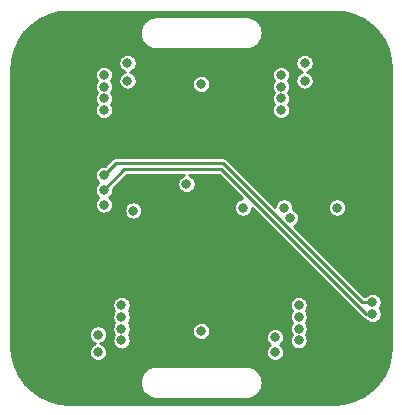
<source format=gbr>
%TF.GenerationSoftware,KiCad,Pcbnew,(5.1.6)-1*%
%TF.CreationDate,2020-09-19T18:08:18+02:00*%
%TF.ProjectId,watch,77617463-682e-46b6-9963-61645f706362,rev?*%
%TF.SameCoordinates,Original*%
%TF.FileFunction,Copper,L3,Inr*%
%TF.FilePolarity,Positive*%
%FSLAX46Y46*%
G04 Gerber Fmt 4.6, Leading zero omitted, Abs format (unit mm)*
G04 Created by KiCad (PCBNEW (5.1.6)-1) date 2020-09-19 18:08:18*
%MOMM*%
%LPD*%
G01*
G04 APERTURE LIST*
%TA.AperFunction,ViaPad*%
%ADD10C,0.800000*%
%TD*%
%TA.AperFunction,Conductor*%
%ADD11C,0.250000*%
%TD*%
G04 APERTURE END LIST*
D10*
%TO.N,GND*%
X133781312Y-62852611D03*
X140260725Y-75127611D03*
X155281312Y-75127611D03*
X147031312Y-50802611D03*
X140781312Y-60852611D03*
X153781312Y-50577611D03*
X138781312Y-50577611D03*
X146981312Y-74902611D03*
X132431312Y-70852611D03*
X132431312Y-71852611D03*
%TO.N,VCC*%
X154556312Y-63703715D03*
X150556312Y-62852611D03*
%TO.N,+3V3*%
X138281312Y-75102611D03*
X140781312Y-50602611D03*
X155781312Y-50602611D03*
X141281312Y-63102611D03*
X138781312Y-62602611D03*
X145781312Y-60852611D03*
X153281312Y-75102611D03*
%TO.N,/MDI*%
X155781312Y-52102611D03*
%TO.N,/OE*%
X155281312Y-71102611D03*
X138781312Y-54602611D03*
X153781312Y-54602611D03*
X140281312Y-71102611D03*
%TO.N,/LE*%
X155281312Y-72102611D03*
X140281312Y-72102611D03*
X138781312Y-53602611D03*
X153781306Y-53602611D03*
%TO.N,/CLK*%
X155281312Y-73102611D03*
X140281312Y-73102611D03*
X138781312Y-52602611D03*
X153781312Y-52602611D03*
%TO.N,/SDI*%
X140281312Y-74102611D03*
%TO.N,/SW1*%
X147031312Y-52402611D03*
%TO.N,/SW2*%
X147031312Y-73302611D03*
%TO.N,+BATT*%
X154031312Y-62852611D03*
X158531312Y-62852611D03*
%TO.N,Net-(U10-Pad2)*%
X153281312Y-73827611D03*
X138781312Y-51602611D03*
%TO.N,Net-(U3-Pad2)*%
X155281312Y-74102611D03*
X138281312Y-73602611D03*
%TO.N,Net-(U10-Pad14)*%
X153781312Y-51602611D03*
X140781312Y-52102611D03*
%TO.N,/RX*%
X138781312Y-60102611D03*
X161531312Y-70852611D03*
%TO.N,/TX*%
X138781312Y-61352611D03*
X161531312Y-71852611D03*
%TD*%
D11*
%TO.N,/RX*%
X160632206Y-70852611D02*
X161531312Y-70852611D01*
X148882206Y-59102611D02*
X160632206Y-70852611D01*
X138781312Y-60102611D02*
X139781312Y-59102611D01*
X139781312Y-59102611D02*
X148882206Y-59102611D01*
%TO.N,/TX*%
X160995799Y-71852614D02*
X161531312Y-71852614D01*
X148745796Y-59602611D02*
X160995799Y-71852614D01*
X138781312Y-61352611D02*
X140531312Y-59602611D01*
X140531312Y-59602611D02*
X148745796Y-59602611D01*
%TD*%
%TO.N,GND*%
G36*
X159123243Y-46327798D02*
G01*
X159939586Y-46546537D01*
X160705545Y-46903710D01*
X161397850Y-47388467D01*
X161995457Y-47986074D01*
X162480212Y-48678375D01*
X162837385Y-49444336D01*
X163056125Y-50260681D01*
X163131313Y-51120088D01*
X163131312Y-74585146D01*
X163056125Y-75444541D01*
X162837385Y-76260886D01*
X162480212Y-77026847D01*
X161995457Y-77719148D01*
X161397850Y-78316755D01*
X160705545Y-78801512D01*
X159939586Y-79158685D01*
X159123243Y-79377424D01*
X158263847Y-79452611D01*
X135798777Y-79452611D01*
X134939382Y-79377424D01*
X134123037Y-79158684D01*
X133357076Y-78801511D01*
X132664775Y-78316756D01*
X132067168Y-77719149D01*
X132000081Y-77623338D01*
X141832982Y-77623338D01*
X141833235Y-77659592D01*
X141832982Y-77695846D01*
X141833527Y-77701405D01*
X141853928Y-77895501D01*
X141861217Y-77931009D01*
X141868011Y-77966625D01*
X141869626Y-77971972D01*
X141927338Y-78158410D01*
X141941376Y-78191807D01*
X141954967Y-78225445D01*
X141957589Y-78230376D01*
X142050414Y-78402053D01*
X142070692Y-78432117D01*
X142090539Y-78462446D01*
X142094069Y-78466774D01*
X142218473Y-78617152D01*
X142244199Y-78642699D01*
X142269563Y-78668600D01*
X142273866Y-78672160D01*
X142425108Y-78795510D01*
X142455300Y-78815569D01*
X142485219Y-78836055D01*
X142490132Y-78838711D01*
X142662454Y-78930336D01*
X142695952Y-78944143D01*
X142729294Y-78958433D01*
X142734629Y-78960085D01*
X142921466Y-79016494D01*
X142957029Y-79023536D01*
X142992490Y-79031073D01*
X142998044Y-79031657D01*
X143192278Y-79050702D01*
X143192282Y-79050702D01*
X143211665Y-79052611D01*
X150850959Y-79052611D01*
X150871326Y-79050605D01*
X150884307Y-79050605D01*
X150889862Y-79050021D01*
X151083811Y-79028266D01*
X151119268Y-79020729D01*
X151154838Y-79013686D01*
X151160173Y-79012035D01*
X151346204Y-78953022D01*
X151379531Y-78938738D01*
X151413043Y-78924925D01*
X151417952Y-78922270D01*
X151417957Y-78922268D01*
X151417961Y-78922265D01*
X151588981Y-78828246D01*
X151618878Y-78807775D01*
X151649090Y-78787702D01*
X151653394Y-78784142D01*
X151802900Y-78658692D01*
X151828280Y-78632775D01*
X151853991Y-78607243D01*
X151857521Y-78602915D01*
X151979812Y-78450815D01*
X151999673Y-78420464D01*
X152019935Y-78390425D01*
X152022557Y-78385494D01*
X152112977Y-78212538D01*
X152126556Y-78178929D01*
X152140608Y-78145500D01*
X152142222Y-78140153D01*
X152197325Y-77952928D01*
X152204116Y-77917326D01*
X152211408Y-77881805D01*
X152211953Y-77876246D01*
X152229642Y-77681885D01*
X152229389Y-77645630D01*
X152229642Y-77609376D01*
X152229097Y-77603817D01*
X152208696Y-77409720D01*
X152201404Y-77374199D01*
X152194613Y-77338597D01*
X152192999Y-77333254D01*
X152192998Y-77333248D01*
X152192996Y-77333242D01*
X152135286Y-77146812D01*
X152121254Y-77113432D01*
X152107657Y-77079777D01*
X152105035Y-77074846D01*
X152012210Y-76903169D01*
X151991932Y-76873105D01*
X151972085Y-76842776D01*
X151968555Y-76838448D01*
X151844151Y-76688070D01*
X151818425Y-76662523D01*
X151793061Y-76636622D01*
X151788758Y-76633062D01*
X151637516Y-76509712D01*
X151607342Y-76489665D01*
X151577406Y-76469167D01*
X151572493Y-76466511D01*
X151400170Y-76374886D01*
X151366672Y-76361079D01*
X151333330Y-76346789D01*
X151327995Y-76345137D01*
X151141159Y-76288728D01*
X151105574Y-76281682D01*
X151070134Y-76274149D01*
X151064579Y-76273565D01*
X150870346Y-76254520D01*
X150870342Y-76254520D01*
X150850959Y-76252611D01*
X143211665Y-76252611D01*
X143191298Y-76254617D01*
X143178317Y-76254617D01*
X143172762Y-76255201D01*
X142978812Y-76276956D01*
X142943348Y-76284494D01*
X142907786Y-76291536D01*
X142902451Y-76293187D01*
X142716421Y-76352200D01*
X142683107Y-76366478D01*
X142649581Y-76380297D01*
X142644668Y-76382953D01*
X142473643Y-76476976D01*
X142443746Y-76497447D01*
X142413534Y-76517520D01*
X142409234Y-76521078D01*
X142409229Y-76521081D01*
X142409225Y-76521085D01*
X142259724Y-76646530D01*
X142234344Y-76672447D01*
X142208633Y-76697979D01*
X142205103Y-76702307D01*
X142082812Y-76854407D01*
X142062961Y-76884743D01*
X142042689Y-76914797D01*
X142040067Y-76919729D01*
X141949647Y-77092684D01*
X141936068Y-77126293D01*
X141922016Y-77159722D01*
X141920402Y-77165069D01*
X141865299Y-77352295D01*
X141858509Y-77387889D01*
X141851216Y-77423417D01*
X141850671Y-77428976D01*
X141832982Y-77623338D01*
X132000081Y-77623338D01*
X131582411Y-77026844D01*
X131225238Y-76260885D01*
X131006499Y-75444542D01*
X130931312Y-74585146D01*
X130931312Y-73526280D01*
X137506312Y-73526280D01*
X137506312Y-73678942D01*
X137536095Y-73828670D01*
X137594516Y-73969711D01*
X137679330Y-74096645D01*
X137787278Y-74204593D01*
X137914212Y-74289407D01*
X138055253Y-74347828D01*
X138079299Y-74352611D01*
X138055253Y-74357394D01*
X137914212Y-74415815D01*
X137787278Y-74500629D01*
X137679330Y-74608577D01*
X137594516Y-74735511D01*
X137536095Y-74876552D01*
X137506312Y-75026280D01*
X137506312Y-75178942D01*
X137536095Y-75328670D01*
X137594516Y-75469711D01*
X137679330Y-75596645D01*
X137787278Y-75704593D01*
X137914212Y-75789407D01*
X138055253Y-75847828D01*
X138204981Y-75877611D01*
X138357643Y-75877611D01*
X138507371Y-75847828D01*
X138648412Y-75789407D01*
X138775346Y-75704593D01*
X138883294Y-75596645D01*
X138968108Y-75469711D01*
X139026529Y-75328670D01*
X139056312Y-75178942D01*
X139056312Y-75026280D01*
X139026529Y-74876552D01*
X138968108Y-74735511D01*
X138883294Y-74608577D01*
X138775346Y-74500629D01*
X138648412Y-74415815D01*
X138507371Y-74357394D01*
X138483325Y-74352611D01*
X138507371Y-74347828D01*
X138648412Y-74289407D01*
X138775346Y-74204593D01*
X138883294Y-74096645D01*
X138968108Y-73969711D01*
X139026529Y-73828670D01*
X139056312Y-73678942D01*
X139056312Y-73526280D01*
X139026529Y-73376552D01*
X138968108Y-73235511D01*
X138883294Y-73108577D01*
X138775346Y-73000629D01*
X138648412Y-72915815D01*
X138507371Y-72857394D01*
X138357643Y-72827611D01*
X138204981Y-72827611D01*
X138055253Y-72857394D01*
X137914212Y-72915815D01*
X137787278Y-73000629D01*
X137679330Y-73108577D01*
X137594516Y-73235511D01*
X137536095Y-73376552D01*
X137506312Y-73526280D01*
X130931312Y-73526280D01*
X130931312Y-71026280D01*
X139506312Y-71026280D01*
X139506312Y-71178942D01*
X139536095Y-71328670D01*
X139594516Y-71469711D01*
X139679330Y-71596645D01*
X139685296Y-71602611D01*
X139679330Y-71608577D01*
X139594516Y-71735511D01*
X139536095Y-71876552D01*
X139506312Y-72026280D01*
X139506312Y-72178942D01*
X139536095Y-72328670D01*
X139594516Y-72469711D01*
X139679330Y-72596645D01*
X139685296Y-72602611D01*
X139679330Y-72608577D01*
X139594516Y-72735511D01*
X139536095Y-72876552D01*
X139506312Y-73026280D01*
X139506312Y-73178942D01*
X139536095Y-73328670D01*
X139594516Y-73469711D01*
X139679330Y-73596645D01*
X139685296Y-73602611D01*
X139679330Y-73608577D01*
X139594516Y-73735511D01*
X139536095Y-73876552D01*
X139506312Y-74026280D01*
X139506312Y-74178942D01*
X139536095Y-74328670D01*
X139594516Y-74469711D01*
X139679330Y-74596645D01*
X139787278Y-74704593D01*
X139914212Y-74789407D01*
X140055253Y-74847828D01*
X140204981Y-74877611D01*
X140357643Y-74877611D01*
X140507371Y-74847828D01*
X140648412Y-74789407D01*
X140775346Y-74704593D01*
X140883294Y-74596645D01*
X140968108Y-74469711D01*
X141026529Y-74328670D01*
X141056312Y-74178942D01*
X141056312Y-74026280D01*
X141026529Y-73876552D01*
X140968108Y-73735511D01*
X140883294Y-73608577D01*
X140877328Y-73602611D01*
X140883294Y-73596645D01*
X140968108Y-73469711D01*
X141026529Y-73328670D01*
X141046895Y-73226280D01*
X146256312Y-73226280D01*
X146256312Y-73378942D01*
X146286095Y-73528670D01*
X146344516Y-73669711D01*
X146429330Y-73796645D01*
X146537278Y-73904593D01*
X146664212Y-73989407D01*
X146805253Y-74047828D01*
X146954981Y-74077611D01*
X147107643Y-74077611D01*
X147257371Y-74047828D01*
X147398412Y-73989407D01*
X147525346Y-73904593D01*
X147633294Y-73796645D01*
X147663605Y-73751280D01*
X152506312Y-73751280D01*
X152506312Y-73903942D01*
X152536095Y-74053670D01*
X152594516Y-74194711D01*
X152679330Y-74321645D01*
X152787278Y-74429593D01*
X152840435Y-74465111D01*
X152787278Y-74500629D01*
X152679330Y-74608577D01*
X152594516Y-74735511D01*
X152536095Y-74876552D01*
X152506312Y-75026280D01*
X152506312Y-75178942D01*
X152536095Y-75328670D01*
X152594516Y-75469711D01*
X152679330Y-75596645D01*
X152787278Y-75704593D01*
X152914212Y-75789407D01*
X153055253Y-75847828D01*
X153204981Y-75877611D01*
X153357643Y-75877611D01*
X153507371Y-75847828D01*
X153648412Y-75789407D01*
X153775346Y-75704593D01*
X153883294Y-75596645D01*
X153968108Y-75469711D01*
X154026529Y-75328670D01*
X154056312Y-75178942D01*
X154056312Y-75026280D01*
X154026529Y-74876552D01*
X153968108Y-74735511D01*
X153883294Y-74608577D01*
X153775346Y-74500629D01*
X153722189Y-74465111D01*
X153775346Y-74429593D01*
X153883294Y-74321645D01*
X153968108Y-74194711D01*
X154026529Y-74053670D01*
X154056312Y-73903942D01*
X154056312Y-73751280D01*
X154026529Y-73601552D01*
X153968108Y-73460511D01*
X153883294Y-73333577D01*
X153775346Y-73225629D01*
X153648412Y-73140815D01*
X153507371Y-73082394D01*
X153357643Y-73052611D01*
X153204981Y-73052611D01*
X153055253Y-73082394D01*
X152914212Y-73140815D01*
X152787278Y-73225629D01*
X152679330Y-73333577D01*
X152594516Y-73460511D01*
X152536095Y-73601552D01*
X152506312Y-73751280D01*
X147663605Y-73751280D01*
X147718108Y-73669711D01*
X147776529Y-73528670D01*
X147806312Y-73378942D01*
X147806312Y-73226280D01*
X147776529Y-73076552D01*
X147718108Y-72935511D01*
X147633294Y-72808577D01*
X147525346Y-72700629D01*
X147398412Y-72615815D01*
X147257371Y-72557394D01*
X147107643Y-72527611D01*
X146954981Y-72527611D01*
X146805253Y-72557394D01*
X146664212Y-72615815D01*
X146537278Y-72700629D01*
X146429330Y-72808577D01*
X146344516Y-72935511D01*
X146286095Y-73076552D01*
X146256312Y-73226280D01*
X141046895Y-73226280D01*
X141056312Y-73178942D01*
X141056312Y-73026280D01*
X141026529Y-72876552D01*
X140968108Y-72735511D01*
X140883294Y-72608577D01*
X140877328Y-72602611D01*
X140883294Y-72596645D01*
X140968108Y-72469711D01*
X141026529Y-72328670D01*
X141056312Y-72178942D01*
X141056312Y-72026280D01*
X141026529Y-71876552D01*
X140968108Y-71735511D01*
X140883294Y-71608577D01*
X140877328Y-71602611D01*
X140883294Y-71596645D01*
X140968108Y-71469711D01*
X141026529Y-71328670D01*
X141056312Y-71178942D01*
X141056312Y-71026280D01*
X154506312Y-71026280D01*
X154506312Y-71178942D01*
X154536095Y-71328670D01*
X154594516Y-71469711D01*
X154679330Y-71596645D01*
X154685296Y-71602611D01*
X154679330Y-71608577D01*
X154594516Y-71735511D01*
X154536095Y-71876552D01*
X154506312Y-72026280D01*
X154506312Y-72178942D01*
X154536095Y-72328670D01*
X154594516Y-72469711D01*
X154679330Y-72596645D01*
X154685296Y-72602611D01*
X154679330Y-72608577D01*
X154594516Y-72735511D01*
X154536095Y-72876552D01*
X154506312Y-73026280D01*
X154506312Y-73178942D01*
X154536095Y-73328670D01*
X154594516Y-73469711D01*
X154679330Y-73596645D01*
X154685296Y-73602611D01*
X154679330Y-73608577D01*
X154594516Y-73735511D01*
X154536095Y-73876552D01*
X154506312Y-74026280D01*
X154506312Y-74178942D01*
X154536095Y-74328670D01*
X154594516Y-74469711D01*
X154679330Y-74596645D01*
X154787278Y-74704593D01*
X154914212Y-74789407D01*
X155055253Y-74847828D01*
X155204981Y-74877611D01*
X155357643Y-74877611D01*
X155507371Y-74847828D01*
X155648412Y-74789407D01*
X155775346Y-74704593D01*
X155883294Y-74596645D01*
X155968108Y-74469711D01*
X156026529Y-74328670D01*
X156056312Y-74178942D01*
X156056312Y-74026280D01*
X156026529Y-73876552D01*
X155968108Y-73735511D01*
X155883294Y-73608577D01*
X155877328Y-73602611D01*
X155883294Y-73596645D01*
X155968108Y-73469711D01*
X156026529Y-73328670D01*
X156056312Y-73178942D01*
X156056312Y-73026280D01*
X156026529Y-72876552D01*
X155968108Y-72735511D01*
X155883294Y-72608577D01*
X155877328Y-72602611D01*
X155883294Y-72596645D01*
X155968108Y-72469711D01*
X156026529Y-72328670D01*
X156056312Y-72178942D01*
X156056312Y-72026280D01*
X156026529Y-71876552D01*
X155968108Y-71735511D01*
X155883294Y-71608577D01*
X155877328Y-71602611D01*
X155883294Y-71596645D01*
X155968108Y-71469711D01*
X156026529Y-71328670D01*
X156056312Y-71178942D01*
X156056312Y-71026280D01*
X156026529Y-70876552D01*
X155968108Y-70735511D01*
X155883294Y-70608577D01*
X155775346Y-70500629D01*
X155648412Y-70415815D01*
X155507371Y-70357394D01*
X155357643Y-70327611D01*
X155204981Y-70327611D01*
X155055253Y-70357394D01*
X154914212Y-70415815D01*
X154787278Y-70500629D01*
X154679330Y-70608577D01*
X154594516Y-70735511D01*
X154536095Y-70876552D01*
X154506312Y-71026280D01*
X141056312Y-71026280D01*
X141026529Y-70876552D01*
X140968108Y-70735511D01*
X140883294Y-70608577D01*
X140775346Y-70500629D01*
X140648412Y-70415815D01*
X140507371Y-70357394D01*
X140357643Y-70327611D01*
X140204981Y-70327611D01*
X140055253Y-70357394D01*
X139914212Y-70415815D01*
X139787278Y-70500629D01*
X139679330Y-70608577D01*
X139594516Y-70735511D01*
X139536095Y-70876552D01*
X139506312Y-71026280D01*
X130931312Y-71026280D01*
X130931312Y-60026280D01*
X138006312Y-60026280D01*
X138006312Y-60178942D01*
X138036095Y-60328670D01*
X138094516Y-60469711D01*
X138179330Y-60596645D01*
X138287278Y-60704593D01*
X138321727Y-60727611D01*
X138287278Y-60750629D01*
X138179330Y-60858577D01*
X138094516Y-60985511D01*
X138036095Y-61126552D01*
X138006312Y-61276280D01*
X138006312Y-61428942D01*
X138036095Y-61578670D01*
X138094516Y-61719711D01*
X138179330Y-61846645D01*
X138287278Y-61954593D01*
X138321727Y-61977611D01*
X138287278Y-62000629D01*
X138179330Y-62108577D01*
X138094516Y-62235511D01*
X138036095Y-62376552D01*
X138006312Y-62526280D01*
X138006312Y-62678942D01*
X138036095Y-62828670D01*
X138094516Y-62969711D01*
X138179330Y-63096645D01*
X138287278Y-63204593D01*
X138414212Y-63289407D01*
X138555253Y-63347828D01*
X138704981Y-63377611D01*
X138857643Y-63377611D01*
X139007371Y-63347828D01*
X139148412Y-63289407D01*
X139275346Y-63204593D01*
X139383294Y-63096645D01*
X139430310Y-63026280D01*
X140506312Y-63026280D01*
X140506312Y-63178942D01*
X140536095Y-63328670D01*
X140594516Y-63469711D01*
X140679330Y-63596645D01*
X140787278Y-63704593D01*
X140914212Y-63789407D01*
X141055253Y-63847828D01*
X141204981Y-63877611D01*
X141357643Y-63877611D01*
X141507371Y-63847828D01*
X141648412Y-63789407D01*
X141775346Y-63704593D01*
X141883294Y-63596645D01*
X141968108Y-63469711D01*
X142026529Y-63328670D01*
X142056312Y-63178942D01*
X142056312Y-63026280D01*
X142026529Y-62876552D01*
X141968108Y-62735511D01*
X141883294Y-62608577D01*
X141775346Y-62500629D01*
X141648412Y-62415815D01*
X141507371Y-62357394D01*
X141357643Y-62327611D01*
X141204981Y-62327611D01*
X141055253Y-62357394D01*
X140914212Y-62415815D01*
X140787278Y-62500629D01*
X140679330Y-62608577D01*
X140594516Y-62735511D01*
X140536095Y-62876552D01*
X140506312Y-63026280D01*
X139430310Y-63026280D01*
X139468108Y-62969711D01*
X139526529Y-62828670D01*
X139556312Y-62678942D01*
X139556312Y-62526280D01*
X139526529Y-62376552D01*
X139468108Y-62235511D01*
X139383294Y-62108577D01*
X139275346Y-62000629D01*
X139240897Y-61977611D01*
X139275346Y-61954593D01*
X139383294Y-61846645D01*
X139468108Y-61719711D01*
X139526529Y-61578670D01*
X139556312Y-61428942D01*
X139556312Y-61284716D01*
X140738419Y-60102611D01*
X145579299Y-60102611D01*
X145555253Y-60107394D01*
X145414212Y-60165815D01*
X145287278Y-60250629D01*
X145179330Y-60358577D01*
X145094516Y-60485511D01*
X145036095Y-60626552D01*
X145006312Y-60776280D01*
X145006312Y-60928942D01*
X145036095Y-61078670D01*
X145094516Y-61219711D01*
X145179330Y-61346645D01*
X145287278Y-61454593D01*
X145414212Y-61539407D01*
X145555253Y-61597828D01*
X145704981Y-61627611D01*
X145857643Y-61627611D01*
X146007371Y-61597828D01*
X146148412Y-61539407D01*
X146275346Y-61454593D01*
X146383294Y-61346645D01*
X146468108Y-61219711D01*
X146526529Y-61078670D01*
X146556312Y-60928942D01*
X146556312Y-60776280D01*
X146526529Y-60626552D01*
X146468108Y-60485511D01*
X146383294Y-60358577D01*
X146275346Y-60250629D01*
X146148412Y-60165815D01*
X146007371Y-60107394D01*
X145983325Y-60102611D01*
X148538691Y-60102611D01*
X150513691Y-62077611D01*
X150479981Y-62077611D01*
X150330253Y-62107394D01*
X150189212Y-62165815D01*
X150062278Y-62250629D01*
X149954330Y-62358577D01*
X149869516Y-62485511D01*
X149811095Y-62626552D01*
X149781312Y-62776280D01*
X149781312Y-62928942D01*
X149811095Y-63078670D01*
X149869516Y-63219711D01*
X149954330Y-63346645D01*
X150062278Y-63454593D01*
X150189212Y-63539407D01*
X150330253Y-63597828D01*
X150479981Y-63627611D01*
X150632643Y-63627611D01*
X150782371Y-63597828D01*
X150923412Y-63539407D01*
X151050346Y-63454593D01*
X151158294Y-63346645D01*
X151243108Y-63219711D01*
X151301529Y-63078670D01*
X151331312Y-62928942D01*
X151331312Y-62895232D01*
X160624879Y-72188801D01*
X160640535Y-72207878D01*
X160716670Y-72270360D01*
X160803532Y-72316789D01*
X160897782Y-72345379D01*
X160931372Y-72348687D01*
X161037278Y-72454593D01*
X161164212Y-72539407D01*
X161305253Y-72597828D01*
X161454981Y-72627611D01*
X161607643Y-72627611D01*
X161757371Y-72597828D01*
X161898412Y-72539407D01*
X162025346Y-72454593D01*
X162133294Y-72346645D01*
X162218108Y-72219711D01*
X162276529Y-72078670D01*
X162306312Y-71928942D01*
X162306312Y-71776280D01*
X162276529Y-71626552D01*
X162218108Y-71485511D01*
X162133294Y-71358577D01*
X162127328Y-71352611D01*
X162133294Y-71346645D01*
X162218108Y-71219711D01*
X162276529Y-71078670D01*
X162306312Y-70928942D01*
X162306312Y-70776280D01*
X162276529Y-70626552D01*
X162218108Y-70485511D01*
X162133294Y-70358577D01*
X162025346Y-70250629D01*
X161898412Y-70165815D01*
X161757371Y-70107394D01*
X161607643Y-70077611D01*
X161454981Y-70077611D01*
X161305253Y-70107394D01*
X161164212Y-70165815D01*
X161037278Y-70250629D01*
X160935296Y-70352611D01*
X160839313Y-70352611D01*
X154890744Y-64404043D01*
X154923412Y-64390511D01*
X155050346Y-64305697D01*
X155158294Y-64197749D01*
X155243108Y-64070815D01*
X155301529Y-63929774D01*
X155331312Y-63780046D01*
X155331312Y-63627384D01*
X155301529Y-63477656D01*
X155243108Y-63336615D01*
X155158294Y-63209681D01*
X155050346Y-63101733D01*
X154923412Y-63016919D01*
X154799058Y-62965410D01*
X154806312Y-62928942D01*
X154806312Y-62776280D01*
X157756312Y-62776280D01*
X157756312Y-62928942D01*
X157786095Y-63078670D01*
X157844516Y-63219711D01*
X157929330Y-63346645D01*
X158037278Y-63454593D01*
X158164212Y-63539407D01*
X158305253Y-63597828D01*
X158454981Y-63627611D01*
X158607643Y-63627611D01*
X158757371Y-63597828D01*
X158898412Y-63539407D01*
X159025346Y-63454593D01*
X159133294Y-63346645D01*
X159218108Y-63219711D01*
X159276529Y-63078670D01*
X159306312Y-62928942D01*
X159306312Y-62776280D01*
X159276529Y-62626552D01*
X159218108Y-62485511D01*
X159133294Y-62358577D01*
X159025346Y-62250629D01*
X158898412Y-62165815D01*
X158757371Y-62107394D01*
X158607643Y-62077611D01*
X158454981Y-62077611D01*
X158305253Y-62107394D01*
X158164212Y-62165815D01*
X158037278Y-62250629D01*
X157929330Y-62358577D01*
X157844516Y-62485511D01*
X157786095Y-62626552D01*
X157756312Y-62776280D01*
X154806312Y-62776280D01*
X154776529Y-62626552D01*
X154718108Y-62485511D01*
X154633294Y-62358577D01*
X154525346Y-62250629D01*
X154398412Y-62165815D01*
X154257371Y-62107394D01*
X154107643Y-62077611D01*
X153954981Y-62077611D01*
X153805253Y-62107394D01*
X153664212Y-62165815D01*
X153537278Y-62250629D01*
X153429330Y-62358577D01*
X153344516Y-62485511D01*
X153286095Y-62626552D01*
X153257418Y-62770718D01*
X149253135Y-58766435D01*
X149237470Y-58747347D01*
X149161335Y-58684865D01*
X149074473Y-58638436D01*
X148980223Y-58609846D01*
X148906766Y-58602611D01*
X148882206Y-58600192D01*
X148857646Y-58602611D01*
X139805872Y-58602611D01*
X139781312Y-58600192D01*
X139756752Y-58602611D01*
X139683295Y-58609846D01*
X139589045Y-58638436D01*
X139502183Y-58684865D01*
X139426048Y-58747347D01*
X139410392Y-58766424D01*
X138849206Y-59327611D01*
X138704981Y-59327611D01*
X138555253Y-59357394D01*
X138414212Y-59415815D01*
X138287278Y-59500629D01*
X138179330Y-59608577D01*
X138094516Y-59735511D01*
X138036095Y-59876552D01*
X138006312Y-60026280D01*
X130931312Y-60026280D01*
X130931312Y-51526280D01*
X138006312Y-51526280D01*
X138006312Y-51678942D01*
X138036095Y-51828670D01*
X138094516Y-51969711D01*
X138179330Y-52096645D01*
X138185296Y-52102611D01*
X138179330Y-52108577D01*
X138094516Y-52235511D01*
X138036095Y-52376552D01*
X138006312Y-52526280D01*
X138006312Y-52678942D01*
X138036095Y-52828670D01*
X138094516Y-52969711D01*
X138179330Y-53096645D01*
X138185296Y-53102611D01*
X138179330Y-53108577D01*
X138094516Y-53235511D01*
X138036095Y-53376552D01*
X138006312Y-53526280D01*
X138006312Y-53678942D01*
X138036095Y-53828670D01*
X138094516Y-53969711D01*
X138179330Y-54096645D01*
X138185296Y-54102611D01*
X138179330Y-54108577D01*
X138094516Y-54235511D01*
X138036095Y-54376552D01*
X138006312Y-54526280D01*
X138006312Y-54678942D01*
X138036095Y-54828670D01*
X138094516Y-54969711D01*
X138179330Y-55096645D01*
X138287278Y-55204593D01*
X138414212Y-55289407D01*
X138555253Y-55347828D01*
X138704981Y-55377611D01*
X138857643Y-55377611D01*
X139007371Y-55347828D01*
X139148412Y-55289407D01*
X139275346Y-55204593D01*
X139383294Y-55096645D01*
X139468108Y-54969711D01*
X139526529Y-54828670D01*
X139556312Y-54678942D01*
X139556312Y-54526280D01*
X139526529Y-54376552D01*
X139468108Y-54235511D01*
X139383294Y-54108577D01*
X139377328Y-54102611D01*
X139383294Y-54096645D01*
X139468108Y-53969711D01*
X139526529Y-53828670D01*
X139556312Y-53678942D01*
X139556312Y-53526280D01*
X153006306Y-53526280D01*
X153006306Y-53678942D01*
X153036089Y-53828670D01*
X153094510Y-53969711D01*
X153179324Y-54096645D01*
X153185293Y-54102614D01*
X153179330Y-54108577D01*
X153094516Y-54235511D01*
X153036095Y-54376552D01*
X153006312Y-54526280D01*
X153006312Y-54678942D01*
X153036095Y-54828670D01*
X153094516Y-54969711D01*
X153179330Y-55096645D01*
X153287278Y-55204593D01*
X153414212Y-55289407D01*
X153555253Y-55347828D01*
X153704981Y-55377611D01*
X153857643Y-55377611D01*
X154007371Y-55347828D01*
X154148412Y-55289407D01*
X154275346Y-55204593D01*
X154383294Y-55096645D01*
X154468108Y-54969711D01*
X154526529Y-54828670D01*
X154556312Y-54678942D01*
X154556312Y-54526280D01*
X154526529Y-54376552D01*
X154468108Y-54235511D01*
X154383294Y-54108577D01*
X154377325Y-54102608D01*
X154383288Y-54096645D01*
X154468102Y-53969711D01*
X154526523Y-53828670D01*
X154556306Y-53678942D01*
X154556306Y-53526280D01*
X154526523Y-53376552D01*
X154468102Y-53235511D01*
X154383288Y-53108577D01*
X154377325Y-53102614D01*
X154383294Y-53096645D01*
X154468108Y-52969711D01*
X154526529Y-52828670D01*
X154556312Y-52678942D01*
X154556312Y-52526280D01*
X154526529Y-52376552D01*
X154468108Y-52235511D01*
X154383294Y-52108577D01*
X154377328Y-52102611D01*
X154383294Y-52096645D01*
X154468108Y-51969711D01*
X154526529Y-51828670D01*
X154556312Y-51678942D01*
X154556312Y-51526280D01*
X154526529Y-51376552D01*
X154468108Y-51235511D01*
X154383294Y-51108577D01*
X154275346Y-51000629D01*
X154148412Y-50915815D01*
X154007371Y-50857394D01*
X153857643Y-50827611D01*
X153704981Y-50827611D01*
X153555253Y-50857394D01*
X153414212Y-50915815D01*
X153287278Y-51000629D01*
X153179330Y-51108577D01*
X153094516Y-51235511D01*
X153036095Y-51376552D01*
X153006312Y-51526280D01*
X153006312Y-51678942D01*
X153036095Y-51828670D01*
X153094516Y-51969711D01*
X153179330Y-52096645D01*
X153185296Y-52102611D01*
X153179330Y-52108577D01*
X153094516Y-52235511D01*
X153036095Y-52376552D01*
X153006312Y-52526280D01*
X153006312Y-52678942D01*
X153036095Y-52828670D01*
X153094516Y-52969711D01*
X153179330Y-53096645D01*
X153185293Y-53102608D01*
X153179324Y-53108577D01*
X153094510Y-53235511D01*
X153036089Y-53376552D01*
X153006306Y-53526280D01*
X139556312Y-53526280D01*
X139526529Y-53376552D01*
X139468108Y-53235511D01*
X139383294Y-53108577D01*
X139377328Y-53102611D01*
X139383294Y-53096645D01*
X139468108Y-52969711D01*
X139526529Y-52828670D01*
X139556312Y-52678942D01*
X139556312Y-52526280D01*
X139526529Y-52376552D01*
X139468108Y-52235511D01*
X139383294Y-52108577D01*
X139377328Y-52102611D01*
X139383294Y-52096645D01*
X139468108Y-51969711D01*
X139526529Y-51828670D01*
X139556312Y-51678942D01*
X139556312Y-51526280D01*
X139526529Y-51376552D01*
X139468108Y-51235511D01*
X139383294Y-51108577D01*
X139275346Y-51000629D01*
X139148412Y-50915815D01*
X139007371Y-50857394D01*
X138857643Y-50827611D01*
X138704981Y-50827611D01*
X138555253Y-50857394D01*
X138414212Y-50915815D01*
X138287278Y-51000629D01*
X138179330Y-51108577D01*
X138094516Y-51235511D01*
X138036095Y-51376552D01*
X138006312Y-51526280D01*
X130931312Y-51526280D01*
X130931312Y-51120076D01*
X130983262Y-50526280D01*
X140006312Y-50526280D01*
X140006312Y-50678942D01*
X140036095Y-50828670D01*
X140094516Y-50969711D01*
X140179330Y-51096645D01*
X140287278Y-51204593D01*
X140414212Y-51289407D01*
X140555253Y-51347828D01*
X140579299Y-51352611D01*
X140555253Y-51357394D01*
X140414212Y-51415815D01*
X140287278Y-51500629D01*
X140179330Y-51608577D01*
X140094516Y-51735511D01*
X140036095Y-51876552D01*
X140006312Y-52026280D01*
X140006312Y-52178942D01*
X140036095Y-52328670D01*
X140094516Y-52469711D01*
X140179330Y-52596645D01*
X140287278Y-52704593D01*
X140414212Y-52789407D01*
X140555253Y-52847828D01*
X140704981Y-52877611D01*
X140857643Y-52877611D01*
X141007371Y-52847828D01*
X141148412Y-52789407D01*
X141275346Y-52704593D01*
X141383294Y-52596645D01*
X141468108Y-52469711D01*
X141526529Y-52328670D01*
X141527004Y-52326280D01*
X146256312Y-52326280D01*
X146256312Y-52478942D01*
X146286095Y-52628670D01*
X146344516Y-52769711D01*
X146429330Y-52896645D01*
X146537278Y-53004593D01*
X146664212Y-53089407D01*
X146805253Y-53147828D01*
X146954981Y-53177611D01*
X147107643Y-53177611D01*
X147257371Y-53147828D01*
X147398412Y-53089407D01*
X147525346Y-53004593D01*
X147633294Y-52896645D01*
X147718108Y-52769711D01*
X147776529Y-52628670D01*
X147806312Y-52478942D01*
X147806312Y-52326280D01*
X147776529Y-52176552D01*
X147718108Y-52035511D01*
X147633294Y-51908577D01*
X147525346Y-51800629D01*
X147398412Y-51715815D01*
X147257371Y-51657394D01*
X147107643Y-51627611D01*
X146954981Y-51627611D01*
X146805253Y-51657394D01*
X146664212Y-51715815D01*
X146537278Y-51800629D01*
X146429330Y-51908577D01*
X146344516Y-52035511D01*
X146286095Y-52176552D01*
X146256312Y-52326280D01*
X141527004Y-52326280D01*
X141556312Y-52178942D01*
X141556312Y-52026280D01*
X141526529Y-51876552D01*
X141468108Y-51735511D01*
X141383294Y-51608577D01*
X141275346Y-51500629D01*
X141148412Y-51415815D01*
X141007371Y-51357394D01*
X140983325Y-51352611D01*
X141007371Y-51347828D01*
X141148412Y-51289407D01*
X141275346Y-51204593D01*
X141383294Y-51096645D01*
X141468108Y-50969711D01*
X141526529Y-50828670D01*
X141556312Y-50678942D01*
X141556312Y-50526280D01*
X155006312Y-50526280D01*
X155006312Y-50678942D01*
X155036095Y-50828670D01*
X155094516Y-50969711D01*
X155179330Y-51096645D01*
X155287278Y-51204593D01*
X155414212Y-51289407D01*
X155555253Y-51347828D01*
X155579299Y-51352611D01*
X155555253Y-51357394D01*
X155414212Y-51415815D01*
X155287278Y-51500629D01*
X155179330Y-51608577D01*
X155094516Y-51735511D01*
X155036095Y-51876552D01*
X155006312Y-52026280D01*
X155006312Y-52178942D01*
X155036095Y-52328670D01*
X155094516Y-52469711D01*
X155179330Y-52596645D01*
X155287278Y-52704593D01*
X155414212Y-52789407D01*
X155555253Y-52847828D01*
X155704981Y-52877611D01*
X155857643Y-52877611D01*
X156007371Y-52847828D01*
X156148412Y-52789407D01*
X156275346Y-52704593D01*
X156383294Y-52596645D01*
X156468108Y-52469711D01*
X156526529Y-52328670D01*
X156556312Y-52178942D01*
X156556312Y-52026280D01*
X156526529Y-51876552D01*
X156468108Y-51735511D01*
X156383294Y-51608577D01*
X156275346Y-51500629D01*
X156148412Y-51415815D01*
X156007371Y-51357394D01*
X155983325Y-51352611D01*
X156007371Y-51347828D01*
X156148412Y-51289407D01*
X156275346Y-51204593D01*
X156383294Y-51096645D01*
X156468108Y-50969711D01*
X156526529Y-50828670D01*
X156556312Y-50678942D01*
X156556312Y-50526280D01*
X156526529Y-50376552D01*
X156468108Y-50235511D01*
X156383294Y-50108577D01*
X156275346Y-50000629D01*
X156148412Y-49915815D01*
X156007371Y-49857394D01*
X155857643Y-49827611D01*
X155704981Y-49827611D01*
X155555253Y-49857394D01*
X155414212Y-49915815D01*
X155287278Y-50000629D01*
X155179330Y-50108577D01*
X155094516Y-50235511D01*
X155036095Y-50376552D01*
X155006312Y-50526280D01*
X141556312Y-50526280D01*
X141526529Y-50376552D01*
X141468108Y-50235511D01*
X141383294Y-50108577D01*
X141275346Y-50000629D01*
X141148412Y-49915815D01*
X141007371Y-49857394D01*
X140857643Y-49827611D01*
X140704981Y-49827611D01*
X140555253Y-49857394D01*
X140414212Y-49915815D01*
X140287278Y-50000629D01*
X140179330Y-50108577D01*
X140094516Y-50235511D01*
X140036095Y-50376552D01*
X140006312Y-50526280D01*
X130983262Y-50526280D01*
X131006499Y-50260680D01*
X131225238Y-49444337D01*
X131582411Y-48678378D01*
X132041074Y-48023338D01*
X141832982Y-48023338D01*
X141833235Y-48059592D01*
X141832982Y-48095846D01*
X141833527Y-48101405D01*
X141853928Y-48295501D01*
X141861217Y-48331009D01*
X141868011Y-48366625D01*
X141869626Y-48371972D01*
X141927338Y-48558410D01*
X141941376Y-48591807D01*
X141954967Y-48625445D01*
X141957589Y-48630376D01*
X142050414Y-48802053D01*
X142070692Y-48832117D01*
X142090539Y-48862446D01*
X142094069Y-48866774D01*
X142218473Y-49017152D01*
X142244199Y-49042699D01*
X142269563Y-49068600D01*
X142273866Y-49072160D01*
X142425108Y-49195510D01*
X142455300Y-49215569D01*
X142485219Y-49236055D01*
X142490132Y-49238711D01*
X142662454Y-49330336D01*
X142695952Y-49344143D01*
X142729294Y-49358433D01*
X142734629Y-49360085D01*
X142921466Y-49416494D01*
X142957029Y-49423536D01*
X142992490Y-49431073D01*
X142998044Y-49431657D01*
X143192278Y-49450702D01*
X143192282Y-49450702D01*
X143211665Y-49452611D01*
X150850959Y-49452611D01*
X150871326Y-49450605D01*
X150884307Y-49450605D01*
X150889862Y-49450021D01*
X151083811Y-49428266D01*
X151119268Y-49420729D01*
X151154838Y-49413686D01*
X151160173Y-49412035D01*
X151346204Y-49353022D01*
X151379531Y-49338738D01*
X151413043Y-49324925D01*
X151417952Y-49322270D01*
X151417957Y-49322268D01*
X151417961Y-49322265D01*
X151588981Y-49228246D01*
X151618878Y-49207775D01*
X151649090Y-49187702D01*
X151653394Y-49184142D01*
X151802900Y-49058692D01*
X151828280Y-49032775D01*
X151853991Y-49007243D01*
X151857521Y-49002915D01*
X151979812Y-48850815D01*
X151999673Y-48820464D01*
X152019935Y-48790425D01*
X152022557Y-48785494D01*
X152112977Y-48612538D01*
X152126556Y-48578929D01*
X152140608Y-48545500D01*
X152142222Y-48540153D01*
X152197325Y-48352928D01*
X152204116Y-48317326D01*
X152211408Y-48281805D01*
X152211953Y-48276246D01*
X152229642Y-48081885D01*
X152229389Y-48045630D01*
X152229642Y-48009376D01*
X152229097Y-48003817D01*
X152208696Y-47809720D01*
X152201404Y-47774199D01*
X152194613Y-47738597D01*
X152192999Y-47733254D01*
X152192998Y-47733248D01*
X152192996Y-47733242D01*
X152135286Y-47546812D01*
X152121254Y-47513432D01*
X152107657Y-47479777D01*
X152105035Y-47474846D01*
X152012210Y-47303169D01*
X151991932Y-47273105D01*
X151972085Y-47242776D01*
X151968555Y-47238448D01*
X151844151Y-47088070D01*
X151818425Y-47062523D01*
X151793061Y-47036622D01*
X151788758Y-47033062D01*
X151637516Y-46909712D01*
X151607342Y-46889665D01*
X151577406Y-46869167D01*
X151572493Y-46866511D01*
X151400170Y-46774886D01*
X151366672Y-46761079D01*
X151333330Y-46746789D01*
X151327995Y-46745137D01*
X151141159Y-46688728D01*
X151105574Y-46681682D01*
X151070134Y-46674149D01*
X151064579Y-46673565D01*
X150870346Y-46654520D01*
X150870342Y-46654520D01*
X150850959Y-46652611D01*
X143211665Y-46652611D01*
X143191298Y-46654617D01*
X143178317Y-46654617D01*
X143172762Y-46655201D01*
X142978812Y-46676956D01*
X142943348Y-46684494D01*
X142907786Y-46691536D01*
X142902451Y-46693187D01*
X142716421Y-46752200D01*
X142683107Y-46766478D01*
X142649581Y-46780297D01*
X142644668Y-46782953D01*
X142473643Y-46876976D01*
X142443746Y-46897447D01*
X142413534Y-46917520D01*
X142409234Y-46921078D01*
X142409229Y-46921081D01*
X142409225Y-46921085D01*
X142259724Y-47046530D01*
X142234344Y-47072447D01*
X142208633Y-47097979D01*
X142205103Y-47102307D01*
X142082812Y-47254407D01*
X142062961Y-47284743D01*
X142042689Y-47314797D01*
X142040067Y-47319729D01*
X141949647Y-47492684D01*
X141936068Y-47526293D01*
X141922016Y-47559722D01*
X141920402Y-47565069D01*
X141865299Y-47752295D01*
X141858509Y-47787889D01*
X141851216Y-47823417D01*
X141850671Y-47828976D01*
X141832982Y-48023338D01*
X132041074Y-48023338D01*
X132067168Y-47986073D01*
X132664775Y-47388466D01*
X133357076Y-46903711D01*
X134123037Y-46546538D01*
X134939382Y-46327798D01*
X135798777Y-46252611D01*
X158263847Y-46252611D01*
X159123243Y-46327798D01*
G37*
X159123243Y-46327798D02*
X159939586Y-46546537D01*
X160705545Y-46903710D01*
X161397850Y-47388467D01*
X161995457Y-47986074D01*
X162480212Y-48678375D01*
X162837385Y-49444336D01*
X163056125Y-50260681D01*
X163131313Y-51120088D01*
X163131312Y-74585146D01*
X163056125Y-75444541D01*
X162837385Y-76260886D01*
X162480212Y-77026847D01*
X161995457Y-77719148D01*
X161397850Y-78316755D01*
X160705545Y-78801512D01*
X159939586Y-79158685D01*
X159123243Y-79377424D01*
X158263847Y-79452611D01*
X135798777Y-79452611D01*
X134939382Y-79377424D01*
X134123037Y-79158684D01*
X133357076Y-78801511D01*
X132664775Y-78316756D01*
X132067168Y-77719149D01*
X132000081Y-77623338D01*
X141832982Y-77623338D01*
X141833235Y-77659592D01*
X141832982Y-77695846D01*
X141833527Y-77701405D01*
X141853928Y-77895501D01*
X141861217Y-77931009D01*
X141868011Y-77966625D01*
X141869626Y-77971972D01*
X141927338Y-78158410D01*
X141941376Y-78191807D01*
X141954967Y-78225445D01*
X141957589Y-78230376D01*
X142050414Y-78402053D01*
X142070692Y-78432117D01*
X142090539Y-78462446D01*
X142094069Y-78466774D01*
X142218473Y-78617152D01*
X142244199Y-78642699D01*
X142269563Y-78668600D01*
X142273866Y-78672160D01*
X142425108Y-78795510D01*
X142455300Y-78815569D01*
X142485219Y-78836055D01*
X142490132Y-78838711D01*
X142662454Y-78930336D01*
X142695952Y-78944143D01*
X142729294Y-78958433D01*
X142734629Y-78960085D01*
X142921466Y-79016494D01*
X142957029Y-79023536D01*
X142992490Y-79031073D01*
X142998044Y-79031657D01*
X143192278Y-79050702D01*
X143192282Y-79050702D01*
X143211665Y-79052611D01*
X150850959Y-79052611D01*
X150871326Y-79050605D01*
X150884307Y-79050605D01*
X150889862Y-79050021D01*
X151083811Y-79028266D01*
X151119268Y-79020729D01*
X151154838Y-79013686D01*
X151160173Y-79012035D01*
X151346204Y-78953022D01*
X151379531Y-78938738D01*
X151413043Y-78924925D01*
X151417952Y-78922270D01*
X151417957Y-78922268D01*
X151417961Y-78922265D01*
X151588981Y-78828246D01*
X151618878Y-78807775D01*
X151649090Y-78787702D01*
X151653394Y-78784142D01*
X151802900Y-78658692D01*
X151828280Y-78632775D01*
X151853991Y-78607243D01*
X151857521Y-78602915D01*
X151979812Y-78450815D01*
X151999673Y-78420464D01*
X152019935Y-78390425D01*
X152022557Y-78385494D01*
X152112977Y-78212538D01*
X152126556Y-78178929D01*
X152140608Y-78145500D01*
X152142222Y-78140153D01*
X152197325Y-77952928D01*
X152204116Y-77917326D01*
X152211408Y-77881805D01*
X152211953Y-77876246D01*
X152229642Y-77681885D01*
X152229389Y-77645630D01*
X152229642Y-77609376D01*
X152229097Y-77603817D01*
X152208696Y-77409720D01*
X152201404Y-77374199D01*
X152194613Y-77338597D01*
X152192999Y-77333254D01*
X152192998Y-77333248D01*
X152192996Y-77333242D01*
X152135286Y-77146812D01*
X152121254Y-77113432D01*
X152107657Y-77079777D01*
X152105035Y-77074846D01*
X152012210Y-76903169D01*
X151991932Y-76873105D01*
X151972085Y-76842776D01*
X151968555Y-76838448D01*
X151844151Y-76688070D01*
X151818425Y-76662523D01*
X151793061Y-76636622D01*
X151788758Y-76633062D01*
X151637516Y-76509712D01*
X151607342Y-76489665D01*
X151577406Y-76469167D01*
X151572493Y-76466511D01*
X151400170Y-76374886D01*
X151366672Y-76361079D01*
X151333330Y-76346789D01*
X151327995Y-76345137D01*
X151141159Y-76288728D01*
X151105574Y-76281682D01*
X151070134Y-76274149D01*
X151064579Y-76273565D01*
X150870346Y-76254520D01*
X150870342Y-76254520D01*
X150850959Y-76252611D01*
X143211665Y-76252611D01*
X143191298Y-76254617D01*
X143178317Y-76254617D01*
X143172762Y-76255201D01*
X142978812Y-76276956D01*
X142943348Y-76284494D01*
X142907786Y-76291536D01*
X142902451Y-76293187D01*
X142716421Y-76352200D01*
X142683107Y-76366478D01*
X142649581Y-76380297D01*
X142644668Y-76382953D01*
X142473643Y-76476976D01*
X142443746Y-76497447D01*
X142413534Y-76517520D01*
X142409234Y-76521078D01*
X142409229Y-76521081D01*
X142409225Y-76521085D01*
X142259724Y-76646530D01*
X142234344Y-76672447D01*
X142208633Y-76697979D01*
X142205103Y-76702307D01*
X142082812Y-76854407D01*
X142062961Y-76884743D01*
X142042689Y-76914797D01*
X142040067Y-76919729D01*
X141949647Y-77092684D01*
X141936068Y-77126293D01*
X141922016Y-77159722D01*
X141920402Y-77165069D01*
X141865299Y-77352295D01*
X141858509Y-77387889D01*
X141851216Y-77423417D01*
X141850671Y-77428976D01*
X141832982Y-77623338D01*
X132000081Y-77623338D01*
X131582411Y-77026844D01*
X131225238Y-76260885D01*
X131006499Y-75444542D01*
X130931312Y-74585146D01*
X130931312Y-73526280D01*
X137506312Y-73526280D01*
X137506312Y-73678942D01*
X137536095Y-73828670D01*
X137594516Y-73969711D01*
X137679330Y-74096645D01*
X137787278Y-74204593D01*
X137914212Y-74289407D01*
X138055253Y-74347828D01*
X138079299Y-74352611D01*
X138055253Y-74357394D01*
X137914212Y-74415815D01*
X137787278Y-74500629D01*
X137679330Y-74608577D01*
X137594516Y-74735511D01*
X137536095Y-74876552D01*
X137506312Y-75026280D01*
X137506312Y-75178942D01*
X137536095Y-75328670D01*
X137594516Y-75469711D01*
X137679330Y-75596645D01*
X137787278Y-75704593D01*
X137914212Y-75789407D01*
X138055253Y-75847828D01*
X138204981Y-75877611D01*
X138357643Y-75877611D01*
X138507371Y-75847828D01*
X138648412Y-75789407D01*
X138775346Y-75704593D01*
X138883294Y-75596645D01*
X138968108Y-75469711D01*
X139026529Y-75328670D01*
X139056312Y-75178942D01*
X139056312Y-75026280D01*
X139026529Y-74876552D01*
X138968108Y-74735511D01*
X138883294Y-74608577D01*
X138775346Y-74500629D01*
X138648412Y-74415815D01*
X138507371Y-74357394D01*
X138483325Y-74352611D01*
X138507371Y-74347828D01*
X138648412Y-74289407D01*
X138775346Y-74204593D01*
X138883294Y-74096645D01*
X138968108Y-73969711D01*
X139026529Y-73828670D01*
X139056312Y-73678942D01*
X139056312Y-73526280D01*
X139026529Y-73376552D01*
X138968108Y-73235511D01*
X138883294Y-73108577D01*
X138775346Y-73000629D01*
X138648412Y-72915815D01*
X138507371Y-72857394D01*
X138357643Y-72827611D01*
X138204981Y-72827611D01*
X138055253Y-72857394D01*
X137914212Y-72915815D01*
X137787278Y-73000629D01*
X137679330Y-73108577D01*
X137594516Y-73235511D01*
X137536095Y-73376552D01*
X137506312Y-73526280D01*
X130931312Y-73526280D01*
X130931312Y-71026280D01*
X139506312Y-71026280D01*
X139506312Y-71178942D01*
X139536095Y-71328670D01*
X139594516Y-71469711D01*
X139679330Y-71596645D01*
X139685296Y-71602611D01*
X139679330Y-71608577D01*
X139594516Y-71735511D01*
X139536095Y-71876552D01*
X139506312Y-72026280D01*
X139506312Y-72178942D01*
X139536095Y-72328670D01*
X139594516Y-72469711D01*
X139679330Y-72596645D01*
X139685296Y-72602611D01*
X139679330Y-72608577D01*
X139594516Y-72735511D01*
X139536095Y-72876552D01*
X139506312Y-73026280D01*
X139506312Y-73178942D01*
X139536095Y-73328670D01*
X139594516Y-73469711D01*
X139679330Y-73596645D01*
X139685296Y-73602611D01*
X139679330Y-73608577D01*
X139594516Y-73735511D01*
X139536095Y-73876552D01*
X139506312Y-74026280D01*
X139506312Y-74178942D01*
X139536095Y-74328670D01*
X139594516Y-74469711D01*
X139679330Y-74596645D01*
X139787278Y-74704593D01*
X139914212Y-74789407D01*
X140055253Y-74847828D01*
X140204981Y-74877611D01*
X140357643Y-74877611D01*
X140507371Y-74847828D01*
X140648412Y-74789407D01*
X140775346Y-74704593D01*
X140883294Y-74596645D01*
X140968108Y-74469711D01*
X141026529Y-74328670D01*
X141056312Y-74178942D01*
X141056312Y-74026280D01*
X141026529Y-73876552D01*
X140968108Y-73735511D01*
X140883294Y-73608577D01*
X140877328Y-73602611D01*
X140883294Y-73596645D01*
X140968108Y-73469711D01*
X141026529Y-73328670D01*
X141046895Y-73226280D01*
X146256312Y-73226280D01*
X146256312Y-73378942D01*
X146286095Y-73528670D01*
X146344516Y-73669711D01*
X146429330Y-73796645D01*
X146537278Y-73904593D01*
X146664212Y-73989407D01*
X146805253Y-74047828D01*
X146954981Y-74077611D01*
X147107643Y-74077611D01*
X147257371Y-74047828D01*
X147398412Y-73989407D01*
X147525346Y-73904593D01*
X147633294Y-73796645D01*
X147663605Y-73751280D01*
X152506312Y-73751280D01*
X152506312Y-73903942D01*
X152536095Y-74053670D01*
X152594516Y-74194711D01*
X152679330Y-74321645D01*
X152787278Y-74429593D01*
X152840435Y-74465111D01*
X152787278Y-74500629D01*
X152679330Y-74608577D01*
X152594516Y-74735511D01*
X152536095Y-74876552D01*
X152506312Y-75026280D01*
X152506312Y-75178942D01*
X152536095Y-75328670D01*
X152594516Y-75469711D01*
X152679330Y-75596645D01*
X152787278Y-75704593D01*
X152914212Y-75789407D01*
X153055253Y-75847828D01*
X153204981Y-75877611D01*
X153357643Y-75877611D01*
X153507371Y-75847828D01*
X153648412Y-75789407D01*
X153775346Y-75704593D01*
X153883294Y-75596645D01*
X153968108Y-75469711D01*
X154026529Y-75328670D01*
X154056312Y-75178942D01*
X154056312Y-75026280D01*
X154026529Y-74876552D01*
X153968108Y-74735511D01*
X153883294Y-74608577D01*
X153775346Y-74500629D01*
X153722189Y-74465111D01*
X153775346Y-74429593D01*
X153883294Y-74321645D01*
X153968108Y-74194711D01*
X154026529Y-74053670D01*
X154056312Y-73903942D01*
X154056312Y-73751280D01*
X154026529Y-73601552D01*
X153968108Y-73460511D01*
X153883294Y-73333577D01*
X153775346Y-73225629D01*
X153648412Y-73140815D01*
X153507371Y-73082394D01*
X153357643Y-73052611D01*
X153204981Y-73052611D01*
X153055253Y-73082394D01*
X152914212Y-73140815D01*
X152787278Y-73225629D01*
X152679330Y-73333577D01*
X152594516Y-73460511D01*
X152536095Y-73601552D01*
X152506312Y-73751280D01*
X147663605Y-73751280D01*
X147718108Y-73669711D01*
X147776529Y-73528670D01*
X147806312Y-73378942D01*
X147806312Y-73226280D01*
X147776529Y-73076552D01*
X147718108Y-72935511D01*
X147633294Y-72808577D01*
X147525346Y-72700629D01*
X147398412Y-72615815D01*
X147257371Y-72557394D01*
X147107643Y-72527611D01*
X146954981Y-72527611D01*
X146805253Y-72557394D01*
X146664212Y-72615815D01*
X146537278Y-72700629D01*
X146429330Y-72808577D01*
X146344516Y-72935511D01*
X146286095Y-73076552D01*
X146256312Y-73226280D01*
X141046895Y-73226280D01*
X141056312Y-73178942D01*
X141056312Y-73026280D01*
X141026529Y-72876552D01*
X140968108Y-72735511D01*
X140883294Y-72608577D01*
X140877328Y-72602611D01*
X140883294Y-72596645D01*
X140968108Y-72469711D01*
X141026529Y-72328670D01*
X141056312Y-72178942D01*
X141056312Y-72026280D01*
X141026529Y-71876552D01*
X140968108Y-71735511D01*
X140883294Y-71608577D01*
X140877328Y-71602611D01*
X140883294Y-71596645D01*
X140968108Y-71469711D01*
X141026529Y-71328670D01*
X141056312Y-71178942D01*
X141056312Y-71026280D01*
X154506312Y-71026280D01*
X154506312Y-71178942D01*
X154536095Y-71328670D01*
X154594516Y-71469711D01*
X154679330Y-71596645D01*
X154685296Y-71602611D01*
X154679330Y-71608577D01*
X154594516Y-71735511D01*
X154536095Y-71876552D01*
X154506312Y-72026280D01*
X154506312Y-72178942D01*
X154536095Y-72328670D01*
X154594516Y-72469711D01*
X154679330Y-72596645D01*
X154685296Y-72602611D01*
X154679330Y-72608577D01*
X154594516Y-72735511D01*
X154536095Y-72876552D01*
X154506312Y-73026280D01*
X154506312Y-73178942D01*
X154536095Y-73328670D01*
X154594516Y-73469711D01*
X154679330Y-73596645D01*
X154685296Y-73602611D01*
X154679330Y-73608577D01*
X154594516Y-73735511D01*
X154536095Y-73876552D01*
X154506312Y-74026280D01*
X154506312Y-74178942D01*
X154536095Y-74328670D01*
X154594516Y-74469711D01*
X154679330Y-74596645D01*
X154787278Y-74704593D01*
X154914212Y-74789407D01*
X155055253Y-74847828D01*
X155204981Y-74877611D01*
X155357643Y-74877611D01*
X155507371Y-74847828D01*
X155648412Y-74789407D01*
X155775346Y-74704593D01*
X155883294Y-74596645D01*
X155968108Y-74469711D01*
X156026529Y-74328670D01*
X156056312Y-74178942D01*
X156056312Y-74026280D01*
X156026529Y-73876552D01*
X155968108Y-73735511D01*
X155883294Y-73608577D01*
X155877328Y-73602611D01*
X155883294Y-73596645D01*
X155968108Y-73469711D01*
X156026529Y-73328670D01*
X156056312Y-73178942D01*
X156056312Y-73026280D01*
X156026529Y-72876552D01*
X155968108Y-72735511D01*
X155883294Y-72608577D01*
X155877328Y-72602611D01*
X155883294Y-72596645D01*
X155968108Y-72469711D01*
X156026529Y-72328670D01*
X156056312Y-72178942D01*
X156056312Y-72026280D01*
X156026529Y-71876552D01*
X155968108Y-71735511D01*
X155883294Y-71608577D01*
X155877328Y-71602611D01*
X155883294Y-71596645D01*
X155968108Y-71469711D01*
X156026529Y-71328670D01*
X156056312Y-71178942D01*
X156056312Y-71026280D01*
X156026529Y-70876552D01*
X155968108Y-70735511D01*
X155883294Y-70608577D01*
X155775346Y-70500629D01*
X155648412Y-70415815D01*
X155507371Y-70357394D01*
X155357643Y-70327611D01*
X155204981Y-70327611D01*
X155055253Y-70357394D01*
X154914212Y-70415815D01*
X154787278Y-70500629D01*
X154679330Y-70608577D01*
X154594516Y-70735511D01*
X154536095Y-70876552D01*
X154506312Y-71026280D01*
X141056312Y-71026280D01*
X141026529Y-70876552D01*
X140968108Y-70735511D01*
X140883294Y-70608577D01*
X140775346Y-70500629D01*
X140648412Y-70415815D01*
X140507371Y-70357394D01*
X140357643Y-70327611D01*
X140204981Y-70327611D01*
X140055253Y-70357394D01*
X139914212Y-70415815D01*
X139787278Y-70500629D01*
X139679330Y-70608577D01*
X139594516Y-70735511D01*
X139536095Y-70876552D01*
X139506312Y-71026280D01*
X130931312Y-71026280D01*
X130931312Y-60026280D01*
X138006312Y-60026280D01*
X138006312Y-60178942D01*
X138036095Y-60328670D01*
X138094516Y-60469711D01*
X138179330Y-60596645D01*
X138287278Y-60704593D01*
X138321727Y-60727611D01*
X138287278Y-60750629D01*
X138179330Y-60858577D01*
X138094516Y-60985511D01*
X138036095Y-61126552D01*
X138006312Y-61276280D01*
X138006312Y-61428942D01*
X138036095Y-61578670D01*
X138094516Y-61719711D01*
X138179330Y-61846645D01*
X138287278Y-61954593D01*
X138321727Y-61977611D01*
X138287278Y-62000629D01*
X138179330Y-62108577D01*
X138094516Y-62235511D01*
X138036095Y-62376552D01*
X138006312Y-62526280D01*
X138006312Y-62678942D01*
X138036095Y-62828670D01*
X138094516Y-62969711D01*
X138179330Y-63096645D01*
X138287278Y-63204593D01*
X138414212Y-63289407D01*
X138555253Y-63347828D01*
X138704981Y-63377611D01*
X138857643Y-63377611D01*
X139007371Y-63347828D01*
X139148412Y-63289407D01*
X139275346Y-63204593D01*
X139383294Y-63096645D01*
X139430310Y-63026280D01*
X140506312Y-63026280D01*
X140506312Y-63178942D01*
X140536095Y-63328670D01*
X140594516Y-63469711D01*
X140679330Y-63596645D01*
X140787278Y-63704593D01*
X140914212Y-63789407D01*
X141055253Y-63847828D01*
X141204981Y-63877611D01*
X141357643Y-63877611D01*
X141507371Y-63847828D01*
X141648412Y-63789407D01*
X141775346Y-63704593D01*
X141883294Y-63596645D01*
X141968108Y-63469711D01*
X142026529Y-63328670D01*
X142056312Y-63178942D01*
X142056312Y-63026280D01*
X142026529Y-62876552D01*
X141968108Y-62735511D01*
X141883294Y-62608577D01*
X141775346Y-62500629D01*
X141648412Y-62415815D01*
X141507371Y-62357394D01*
X141357643Y-62327611D01*
X141204981Y-62327611D01*
X141055253Y-62357394D01*
X140914212Y-62415815D01*
X140787278Y-62500629D01*
X140679330Y-62608577D01*
X140594516Y-62735511D01*
X140536095Y-62876552D01*
X140506312Y-63026280D01*
X139430310Y-63026280D01*
X139468108Y-62969711D01*
X139526529Y-62828670D01*
X139556312Y-62678942D01*
X139556312Y-62526280D01*
X139526529Y-62376552D01*
X139468108Y-62235511D01*
X139383294Y-62108577D01*
X139275346Y-62000629D01*
X139240897Y-61977611D01*
X139275346Y-61954593D01*
X139383294Y-61846645D01*
X139468108Y-61719711D01*
X139526529Y-61578670D01*
X139556312Y-61428942D01*
X139556312Y-61284716D01*
X140738419Y-60102611D01*
X145579299Y-60102611D01*
X145555253Y-60107394D01*
X145414212Y-60165815D01*
X145287278Y-60250629D01*
X145179330Y-60358577D01*
X145094516Y-60485511D01*
X145036095Y-60626552D01*
X145006312Y-60776280D01*
X145006312Y-60928942D01*
X145036095Y-61078670D01*
X145094516Y-61219711D01*
X145179330Y-61346645D01*
X145287278Y-61454593D01*
X145414212Y-61539407D01*
X145555253Y-61597828D01*
X145704981Y-61627611D01*
X145857643Y-61627611D01*
X146007371Y-61597828D01*
X146148412Y-61539407D01*
X146275346Y-61454593D01*
X146383294Y-61346645D01*
X146468108Y-61219711D01*
X146526529Y-61078670D01*
X146556312Y-60928942D01*
X146556312Y-60776280D01*
X146526529Y-60626552D01*
X146468108Y-60485511D01*
X146383294Y-60358577D01*
X146275346Y-60250629D01*
X146148412Y-60165815D01*
X146007371Y-60107394D01*
X145983325Y-60102611D01*
X148538691Y-60102611D01*
X150513691Y-62077611D01*
X150479981Y-62077611D01*
X150330253Y-62107394D01*
X150189212Y-62165815D01*
X150062278Y-62250629D01*
X149954330Y-62358577D01*
X149869516Y-62485511D01*
X149811095Y-62626552D01*
X149781312Y-62776280D01*
X149781312Y-62928942D01*
X149811095Y-63078670D01*
X149869516Y-63219711D01*
X149954330Y-63346645D01*
X150062278Y-63454593D01*
X150189212Y-63539407D01*
X150330253Y-63597828D01*
X150479981Y-63627611D01*
X150632643Y-63627611D01*
X150782371Y-63597828D01*
X150923412Y-63539407D01*
X151050346Y-63454593D01*
X151158294Y-63346645D01*
X151243108Y-63219711D01*
X151301529Y-63078670D01*
X151331312Y-62928942D01*
X151331312Y-62895232D01*
X160624879Y-72188801D01*
X160640535Y-72207878D01*
X160716670Y-72270360D01*
X160803532Y-72316789D01*
X160897782Y-72345379D01*
X160931372Y-72348687D01*
X161037278Y-72454593D01*
X161164212Y-72539407D01*
X161305253Y-72597828D01*
X161454981Y-72627611D01*
X161607643Y-72627611D01*
X161757371Y-72597828D01*
X161898412Y-72539407D01*
X162025346Y-72454593D01*
X162133294Y-72346645D01*
X162218108Y-72219711D01*
X162276529Y-72078670D01*
X162306312Y-71928942D01*
X162306312Y-71776280D01*
X162276529Y-71626552D01*
X162218108Y-71485511D01*
X162133294Y-71358577D01*
X162127328Y-71352611D01*
X162133294Y-71346645D01*
X162218108Y-71219711D01*
X162276529Y-71078670D01*
X162306312Y-70928942D01*
X162306312Y-70776280D01*
X162276529Y-70626552D01*
X162218108Y-70485511D01*
X162133294Y-70358577D01*
X162025346Y-70250629D01*
X161898412Y-70165815D01*
X161757371Y-70107394D01*
X161607643Y-70077611D01*
X161454981Y-70077611D01*
X161305253Y-70107394D01*
X161164212Y-70165815D01*
X161037278Y-70250629D01*
X160935296Y-70352611D01*
X160839313Y-70352611D01*
X154890744Y-64404043D01*
X154923412Y-64390511D01*
X155050346Y-64305697D01*
X155158294Y-64197749D01*
X155243108Y-64070815D01*
X155301529Y-63929774D01*
X155331312Y-63780046D01*
X155331312Y-63627384D01*
X155301529Y-63477656D01*
X155243108Y-63336615D01*
X155158294Y-63209681D01*
X155050346Y-63101733D01*
X154923412Y-63016919D01*
X154799058Y-62965410D01*
X154806312Y-62928942D01*
X154806312Y-62776280D01*
X157756312Y-62776280D01*
X157756312Y-62928942D01*
X157786095Y-63078670D01*
X157844516Y-63219711D01*
X157929330Y-63346645D01*
X158037278Y-63454593D01*
X158164212Y-63539407D01*
X158305253Y-63597828D01*
X158454981Y-63627611D01*
X158607643Y-63627611D01*
X158757371Y-63597828D01*
X158898412Y-63539407D01*
X159025346Y-63454593D01*
X159133294Y-63346645D01*
X159218108Y-63219711D01*
X159276529Y-63078670D01*
X159306312Y-62928942D01*
X159306312Y-62776280D01*
X159276529Y-62626552D01*
X159218108Y-62485511D01*
X159133294Y-62358577D01*
X159025346Y-62250629D01*
X158898412Y-62165815D01*
X158757371Y-62107394D01*
X158607643Y-62077611D01*
X158454981Y-62077611D01*
X158305253Y-62107394D01*
X158164212Y-62165815D01*
X158037278Y-62250629D01*
X157929330Y-62358577D01*
X157844516Y-62485511D01*
X157786095Y-62626552D01*
X157756312Y-62776280D01*
X154806312Y-62776280D01*
X154776529Y-62626552D01*
X154718108Y-62485511D01*
X154633294Y-62358577D01*
X154525346Y-62250629D01*
X154398412Y-62165815D01*
X154257371Y-62107394D01*
X154107643Y-62077611D01*
X153954981Y-62077611D01*
X153805253Y-62107394D01*
X153664212Y-62165815D01*
X153537278Y-62250629D01*
X153429330Y-62358577D01*
X153344516Y-62485511D01*
X153286095Y-62626552D01*
X153257418Y-62770718D01*
X149253135Y-58766435D01*
X149237470Y-58747347D01*
X149161335Y-58684865D01*
X149074473Y-58638436D01*
X148980223Y-58609846D01*
X148906766Y-58602611D01*
X148882206Y-58600192D01*
X148857646Y-58602611D01*
X139805872Y-58602611D01*
X139781312Y-58600192D01*
X139756752Y-58602611D01*
X139683295Y-58609846D01*
X139589045Y-58638436D01*
X139502183Y-58684865D01*
X139426048Y-58747347D01*
X139410392Y-58766424D01*
X138849206Y-59327611D01*
X138704981Y-59327611D01*
X138555253Y-59357394D01*
X138414212Y-59415815D01*
X138287278Y-59500629D01*
X138179330Y-59608577D01*
X138094516Y-59735511D01*
X138036095Y-59876552D01*
X138006312Y-60026280D01*
X130931312Y-60026280D01*
X130931312Y-51526280D01*
X138006312Y-51526280D01*
X138006312Y-51678942D01*
X138036095Y-51828670D01*
X138094516Y-51969711D01*
X138179330Y-52096645D01*
X138185296Y-52102611D01*
X138179330Y-52108577D01*
X138094516Y-52235511D01*
X138036095Y-52376552D01*
X138006312Y-52526280D01*
X138006312Y-52678942D01*
X138036095Y-52828670D01*
X138094516Y-52969711D01*
X138179330Y-53096645D01*
X138185296Y-53102611D01*
X138179330Y-53108577D01*
X138094516Y-53235511D01*
X138036095Y-53376552D01*
X138006312Y-53526280D01*
X138006312Y-53678942D01*
X138036095Y-53828670D01*
X138094516Y-53969711D01*
X138179330Y-54096645D01*
X138185296Y-54102611D01*
X138179330Y-54108577D01*
X138094516Y-54235511D01*
X138036095Y-54376552D01*
X138006312Y-54526280D01*
X138006312Y-54678942D01*
X138036095Y-54828670D01*
X138094516Y-54969711D01*
X138179330Y-55096645D01*
X138287278Y-55204593D01*
X138414212Y-55289407D01*
X138555253Y-55347828D01*
X138704981Y-55377611D01*
X138857643Y-55377611D01*
X139007371Y-55347828D01*
X139148412Y-55289407D01*
X139275346Y-55204593D01*
X139383294Y-55096645D01*
X139468108Y-54969711D01*
X139526529Y-54828670D01*
X139556312Y-54678942D01*
X139556312Y-54526280D01*
X139526529Y-54376552D01*
X139468108Y-54235511D01*
X139383294Y-54108577D01*
X139377328Y-54102611D01*
X139383294Y-54096645D01*
X139468108Y-53969711D01*
X139526529Y-53828670D01*
X139556312Y-53678942D01*
X139556312Y-53526280D01*
X153006306Y-53526280D01*
X153006306Y-53678942D01*
X153036089Y-53828670D01*
X153094510Y-53969711D01*
X153179324Y-54096645D01*
X153185293Y-54102614D01*
X153179330Y-54108577D01*
X153094516Y-54235511D01*
X153036095Y-54376552D01*
X153006312Y-54526280D01*
X153006312Y-54678942D01*
X153036095Y-54828670D01*
X153094516Y-54969711D01*
X153179330Y-55096645D01*
X153287278Y-55204593D01*
X153414212Y-55289407D01*
X153555253Y-55347828D01*
X153704981Y-55377611D01*
X153857643Y-55377611D01*
X154007371Y-55347828D01*
X154148412Y-55289407D01*
X154275346Y-55204593D01*
X154383294Y-55096645D01*
X154468108Y-54969711D01*
X154526529Y-54828670D01*
X154556312Y-54678942D01*
X154556312Y-54526280D01*
X154526529Y-54376552D01*
X154468108Y-54235511D01*
X154383294Y-54108577D01*
X154377325Y-54102608D01*
X154383288Y-54096645D01*
X154468102Y-53969711D01*
X154526523Y-53828670D01*
X154556306Y-53678942D01*
X154556306Y-53526280D01*
X154526523Y-53376552D01*
X154468102Y-53235511D01*
X154383288Y-53108577D01*
X154377325Y-53102614D01*
X154383294Y-53096645D01*
X154468108Y-52969711D01*
X154526529Y-52828670D01*
X154556312Y-52678942D01*
X154556312Y-52526280D01*
X154526529Y-52376552D01*
X154468108Y-52235511D01*
X154383294Y-52108577D01*
X154377328Y-52102611D01*
X154383294Y-52096645D01*
X154468108Y-51969711D01*
X154526529Y-51828670D01*
X154556312Y-51678942D01*
X154556312Y-51526280D01*
X154526529Y-51376552D01*
X154468108Y-51235511D01*
X154383294Y-51108577D01*
X154275346Y-51000629D01*
X154148412Y-50915815D01*
X154007371Y-50857394D01*
X153857643Y-50827611D01*
X153704981Y-50827611D01*
X153555253Y-50857394D01*
X153414212Y-50915815D01*
X153287278Y-51000629D01*
X153179330Y-51108577D01*
X153094516Y-51235511D01*
X153036095Y-51376552D01*
X153006312Y-51526280D01*
X153006312Y-51678942D01*
X153036095Y-51828670D01*
X153094516Y-51969711D01*
X153179330Y-52096645D01*
X153185296Y-52102611D01*
X153179330Y-52108577D01*
X153094516Y-52235511D01*
X153036095Y-52376552D01*
X153006312Y-52526280D01*
X153006312Y-52678942D01*
X153036095Y-52828670D01*
X153094516Y-52969711D01*
X153179330Y-53096645D01*
X153185293Y-53102608D01*
X153179324Y-53108577D01*
X153094510Y-53235511D01*
X153036089Y-53376552D01*
X153006306Y-53526280D01*
X139556312Y-53526280D01*
X139526529Y-53376552D01*
X139468108Y-53235511D01*
X139383294Y-53108577D01*
X139377328Y-53102611D01*
X139383294Y-53096645D01*
X139468108Y-52969711D01*
X139526529Y-52828670D01*
X139556312Y-52678942D01*
X139556312Y-52526280D01*
X139526529Y-52376552D01*
X139468108Y-52235511D01*
X139383294Y-52108577D01*
X139377328Y-52102611D01*
X139383294Y-52096645D01*
X139468108Y-51969711D01*
X139526529Y-51828670D01*
X139556312Y-51678942D01*
X139556312Y-51526280D01*
X139526529Y-51376552D01*
X139468108Y-51235511D01*
X139383294Y-51108577D01*
X139275346Y-51000629D01*
X139148412Y-50915815D01*
X139007371Y-50857394D01*
X138857643Y-50827611D01*
X138704981Y-50827611D01*
X138555253Y-50857394D01*
X138414212Y-50915815D01*
X138287278Y-51000629D01*
X138179330Y-51108577D01*
X138094516Y-51235511D01*
X138036095Y-51376552D01*
X138006312Y-51526280D01*
X130931312Y-51526280D01*
X130931312Y-51120076D01*
X130983262Y-50526280D01*
X140006312Y-50526280D01*
X140006312Y-50678942D01*
X140036095Y-50828670D01*
X140094516Y-50969711D01*
X140179330Y-51096645D01*
X140287278Y-51204593D01*
X140414212Y-51289407D01*
X140555253Y-51347828D01*
X140579299Y-51352611D01*
X140555253Y-51357394D01*
X140414212Y-51415815D01*
X140287278Y-51500629D01*
X140179330Y-51608577D01*
X140094516Y-51735511D01*
X140036095Y-51876552D01*
X140006312Y-52026280D01*
X140006312Y-52178942D01*
X140036095Y-52328670D01*
X140094516Y-52469711D01*
X140179330Y-52596645D01*
X140287278Y-52704593D01*
X140414212Y-52789407D01*
X140555253Y-52847828D01*
X140704981Y-52877611D01*
X140857643Y-52877611D01*
X141007371Y-52847828D01*
X141148412Y-52789407D01*
X141275346Y-52704593D01*
X141383294Y-52596645D01*
X141468108Y-52469711D01*
X141526529Y-52328670D01*
X141527004Y-52326280D01*
X146256312Y-52326280D01*
X146256312Y-52478942D01*
X146286095Y-52628670D01*
X146344516Y-52769711D01*
X146429330Y-52896645D01*
X146537278Y-53004593D01*
X146664212Y-53089407D01*
X146805253Y-53147828D01*
X146954981Y-53177611D01*
X147107643Y-53177611D01*
X147257371Y-53147828D01*
X147398412Y-53089407D01*
X147525346Y-53004593D01*
X147633294Y-52896645D01*
X147718108Y-52769711D01*
X147776529Y-52628670D01*
X147806312Y-52478942D01*
X147806312Y-52326280D01*
X147776529Y-52176552D01*
X147718108Y-52035511D01*
X147633294Y-51908577D01*
X147525346Y-51800629D01*
X147398412Y-51715815D01*
X147257371Y-51657394D01*
X147107643Y-51627611D01*
X146954981Y-51627611D01*
X146805253Y-51657394D01*
X146664212Y-51715815D01*
X146537278Y-51800629D01*
X146429330Y-51908577D01*
X146344516Y-52035511D01*
X146286095Y-52176552D01*
X146256312Y-52326280D01*
X141527004Y-52326280D01*
X141556312Y-52178942D01*
X141556312Y-52026280D01*
X141526529Y-51876552D01*
X141468108Y-51735511D01*
X141383294Y-51608577D01*
X141275346Y-51500629D01*
X141148412Y-51415815D01*
X141007371Y-51357394D01*
X140983325Y-51352611D01*
X141007371Y-51347828D01*
X141148412Y-51289407D01*
X141275346Y-51204593D01*
X141383294Y-51096645D01*
X141468108Y-50969711D01*
X141526529Y-50828670D01*
X141556312Y-50678942D01*
X141556312Y-50526280D01*
X155006312Y-50526280D01*
X155006312Y-50678942D01*
X155036095Y-50828670D01*
X155094516Y-50969711D01*
X155179330Y-51096645D01*
X155287278Y-51204593D01*
X155414212Y-51289407D01*
X155555253Y-51347828D01*
X155579299Y-51352611D01*
X155555253Y-51357394D01*
X155414212Y-51415815D01*
X155287278Y-51500629D01*
X155179330Y-51608577D01*
X155094516Y-51735511D01*
X155036095Y-51876552D01*
X155006312Y-52026280D01*
X155006312Y-52178942D01*
X155036095Y-52328670D01*
X155094516Y-52469711D01*
X155179330Y-52596645D01*
X155287278Y-52704593D01*
X155414212Y-52789407D01*
X155555253Y-52847828D01*
X155704981Y-52877611D01*
X155857643Y-52877611D01*
X156007371Y-52847828D01*
X156148412Y-52789407D01*
X156275346Y-52704593D01*
X156383294Y-52596645D01*
X156468108Y-52469711D01*
X156526529Y-52328670D01*
X156556312Y-52178942D01*
X156556312Y-52026280D01*
X156526529Y-51876552D01*
X156468108Y-51735511D01*
X156383294Y-51608577D01*
X156275346Y-51500629D01*
X156148412Y-51415815D01*
X156007371Y-51357394D01*
X155983325Y-51352611D01*
X156007371Y-51347828D01*
X156148412Y-51289407D01*
X156275346Y-51204593D01*
X156383294Y-51096645D01*
X156468108Y-50969711D01*
X156526529Y-50828670D01*
X156556312Y-50678942D01*
X156556312Y-50526280D01*
X156526529Y-50376552D01*
X156468108Y-50235511D01*
X156383294Y-50108577D01*
X156275346Y-50000629D01*
X156148412Y-49915815D01*
X156007371Y-49857394D01*
X155857643Y-49827611D01*
X155704981Y-49827611D01*
X155555253Y-49857394D01*
X155414212Y-49915815D01*
X155287278Y-50000629D01*
X155179330Y-50108577D01*
X155094516Y-50235511D01*
X155036095Y-50376552D01*
X155006312Y-50526280D01*
X141556312Y-50526280D01*
X141526529Y-50376552D01*
X141468108Y-50235511D01*
X141383294Y-50108577D01*
X141275346Y-50000629D01*
X141148412Y-49915815D01*
X141007371Y-49857394D01*
X140857643Y-49827611D01*
X140704981Y-49827611D01*
X140555253Y-49857394D01*
X140414212Y-49915815D01*
X140287278Y-50000629D01*
X140179330Y-50108577D01*
X140094516Y-50235511D01*
X140036095Y-50376552D01*
X140006312Y-50526280D01*
X130983262Y-50526280D01*
X131006499Y-50260680D01*
X131225238Y-49444337D01*
X131582411Y-48678378D01*
X132041074Y-48023338D01*
X141832982Y-48023338D01*
X141833235Y-48059592D01*
X141832982Y-48095846D01*
X141833527Y-48101405D01*
X141853928Y-48295501D01*
X141861217Y-48331009D01*
X141868011Y-48366625D01*
X141869626Y-48371972D01*
X141927338Y-48558410D01*
X141941376Y-48591807D01*
X141954967Y-48625445D01*
X141957589Y-48630376D01*
X142050414Y-48802053D01*
X142070692Y-48832117D01*
X142090539Y-48862446D01*
X142094069Y-48866774D01*
X142218473Y-49017152D01*
X142244199Y-49042699D01*
X142269563Y-49068600D01*
X142273866Y-49072160D01*
X142425108Y-49195510D01*
X142455300Y-49215569D01*
X142485219Y-49236055D01*
X142490132Y-49238711D01*
X142662454Y-49330336D01*
X142695952Y-49344143D01*
X142729294Y-49358433D01*
X142734629Y-49360085D01*
X142921466Y-49416494D01*
X142957029Y-49423536D01*
X142992490Y-49431073D01*
X142998044Y-49431657D01*
X143192278Y-49450702D01*
X143192282Y-49450702D01*
X143211665Y-49452611D01*
X150850959Y-49452611D01*
X150871326Y-49450605D01*
X150884307Y-49450605D01*
X150889862Y-49450021D01*
X151083811Y-49428266D01*
X151119268Y-49420729D01*
X151154838Y-49413686D01*
X151160173Y-49412035D01*
X151346204Y-49353022D01*
X151379531Y-49338738D01*
X151413043Y-49324925D01*
X151417952Y-49322270D01*
X151417957Y-49322268D01*
X151417961Y-49322265D01*
X151588981Y-49228246D01*
X151618878Y-49207775D01*
X151649090Y-49187702D01*
X151653394Y-49184142D01*
X151802900Y-49058692D01*
X151828280Y-49032775D01*
X151853991Y-49007243D01*
X151857521Y-49002915D01*
X151979812Y-48850815D01*
X151999673Y-48820464D01*
X152019935Y-48790425D01*
X152022557Y-48785494D01*
X152112977Y-48612538D01*
X152126556Y-48578929D01*
X152140608Y-48545500D01*
X152142222Y-48540153D01*
X152197325Y-48352928D01*
X152204116Y-48317326D01*
X152211408Y-48281805D01*
X152211953Y-48276246D01*
X152229642Y-48081885D01*
X152229389Y-48045630D01*
X152229642Y-48009376D01*
X152229097Y-48003817D01*
X152208696Y-47809720D01*
X152201404Y-47774199D01*
X152194613Y-47738597D01*
X152192999Y-47733254D01*
X152192998Y-47733248D01*
X152192996Y-47733242D01*
X152135286Y-47546812D01*
X152121254Y-47513432D01*
X152107657Y-47479777D01*
X152105035Y-47474846D01*
X152012210Y-47303169D01*
X151991932Y-47273105D01*
X151972085Y-47242776D01*
X151968555Y-47238448D01*
X151844151Y-47088070D01*
X151818425Y-47062523D01*
X151793061Y-47036622D01*
X151788758Y-47033062D01*
X151637516Y-46909712D01*
X151607342Y-46889665D01*
X151577406Y-46869167D01*
X151572493Y-46866511D01*
X151400170Y-46774886D01*
X151366672Y-46761079D01*
X151333330Y-46746789D01*
X151327995Y-46745137D01*
X151141159Y-46688728D01*
X151105574Y-46681682D01*
X151070134Y-46674149D01*
X151064579Y-46673565D01*
X150870346Y-46654520D01*
X150870342Y-46654520D01*
X150850959Y-46652611D01*
X143211665Y-46652611D01*
X143191298Y-46654617D01*
X143178317Y-46654617D01*
X143172762Y-46655201D01*
X142978812Y-46676956D01*
X142943348Y-46684494D01*
X142907786Y-46691536D01*
X142902451Y-46693187D01*
X142716421Y-46752200D01*
X142683107Y-46766478D01*
X142649581Y-46780297D01*
X142644668Y-46782953D01*
X142473643Y-46876976D01*
X142443746Y-46897447D01*
X142413534Y-46917520D01*
X142409234Y-46921078D01*
X142409229Y-46921081D01*
X142409225Y-46921085D01*
X142259724Y-47046530D01*
X142234344Y-47072447D01*
X142208633Y-47097979D01*
X142205103Y-47102307D01*
X142082812Y-47254407D01*
X142062961Y-47284743D01*
X142042689Y-47314797D01*
X142040067Y-47319729D01*
X141949647Y-47492684D01*
X141936068Y-47526293D01*
X141922016Y-47559722D01*
X141920402Y-47565069D01*
X141865299Y-47752295D01*
X141858509Y-47787889D01*
X141851216Y-47823417D01*
X141850671Y-47828976D01*
X141832982Y-48023338D01*
X132041074Y-48023338D01*
X132067168Y-47986073D01*
X132664775Y-47388466D01*
X133357076Y-46903711D01*
X134123037Y-46546538D01*
X134939382Y-46327798D01*
X135798777Y-46252611D01*
X158263847Y-46252611D01*
X159123243Y-46327798D01*
%TD*%
M02*

</source>
